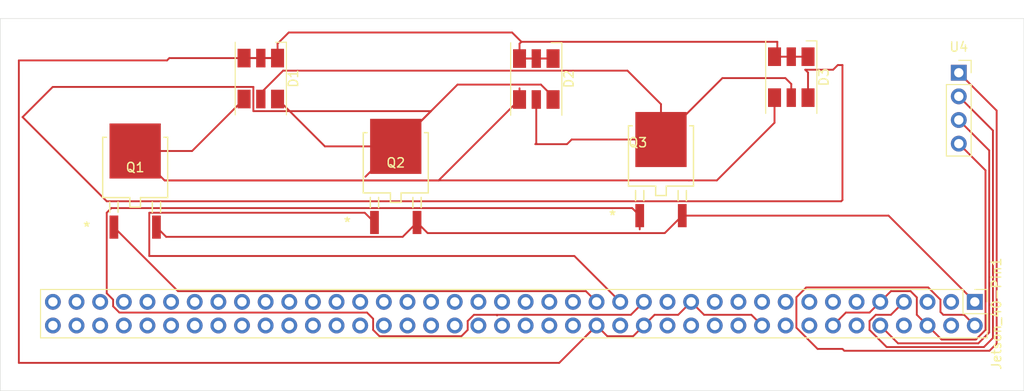
<source format=kicad_pcb>
(kicad_pcb (version 20240108) (generator "pcbnew") (generator_version "8.0")
  (title_block (title "Preliminary PCB layout") (date "2024-11-06") (rev "0") (company "Group 6"))
  (layers (0 "F.Cu" signal) (31 "B.Cu" signal) (34 "B.Paste" user) (35 "F.Paste" user) (36 "B.SilkS" user "B.Silkscreen") (37 "F.SilkS" user "F.Silkscreen") (38 "B.Mask" user) (39 "F.Mask" user) (44 "Edge.Cuts" user))
  (net 0 "")
  (net 1 "GND")
  (net 2 "Q3")
  (net 3 "Q2")
  (net 4 "Q1")
  (net 7 "Net-(Jetson_40-Pin1-GPIO11)")
  (net 9 "Net-(Q1-C)")
  (net 11 "Net-(Jetson_40-Pin1-GPIO01)")
  (net 18 "/Ultrasonic Trigger")
  (net 26 "/5V")
  (net 27 "Net-(Jetson_40-Pin1-UART1_RXD)")
  (net 36 "Net-(Jetson_40-Pin1-GPIO13)")
  (footprint "Transistor411Library:DPAK-4_6P22X6P73_ONS" (layer "F.Cu") (at 150.265 99.35605)
    (property "Reference" "Q3" (at -2.4821 -1.4318 0) (layer "F.SilkS"))
    (property "Value" "NSS1C301ET4G")
    (fp_line (start -3.4925 -3.2385) (end -3.4925 3.2385) (stroke (width 0.1524)) (layer "F.SilkS"))
    (fp_line (start -3.4925 3.2385) (end -0.5715 3.2385) (stroke (width 0.1524)) (layer "F.SilkS"))
    (fp_line (start -3.08864 -3.2385) (end -3.4925 -3.2385) (stroke (width 0.1524)) (layer "F.SilkS"))
    (fp_line (start -2.7305 3.7211) (end -2.7305 4.8133) (stroke (width 0.1524)) (layer "F.SilkS"))
    (fp_line (start -1.8415 3.7211) (end -1.8415 4.8133) (stroke (width 0.1524)) (layer "F.SilkS"))
    (fp_line (start -0.5715 3.2385) (end -0.5715 4.2545) (stroke (width 0.1524)) (layer "F.SilkS"))
    (fp_line (start -0.5715 4.2545) (end 0.5715 4.2545) (stroke (width 0.1524)) (layer "F.SilkS"))
    (fp_line (start 0.5715 3.2385) (end 3.4925 3.2385) (stroke (width 0.1524)) (layer "F.SilkS"))
    (fp_line (start 0.5715 4.2545) (end 0.5715 3.2385) (stroke (width 0.1524)) (layer "F.SilkS"))
    (fp_line (start 1.8415 3.7211) (end 1.8415 4.8133) (stroke (width 0.1524)) (layer "F.SilkS"))
    (fp_line (start 2.7305 3.7211) (end 2.7305 4.8133) (stroke (width 0.1524)) (layer "F.SilkS"))
    (fp_line (start 3.4925 -3.2385) (end 3.08864 -3.2385) (stroke (width 0.1524)) (layer "F.SilkS"))
    (fp_line (start 3.4925 3.2385) (end 3.4925 -3.2385) (stroke (width 0.1524)) (layer "F.SilkS"))
    (fp_text user "*" (at -5.207 6.4135 0) (layer "F.SilkS"))
    (fp_text user "*" (at -5.207 6.4135 0) (layer "F.SilkS"))
    (pad "1" smd rect (at -2.286 6.4135) (size 0.9398 2.4892) (layers "F.Cu" "F.Paste" "F.Mask") (net 11 "Net-(Jetson_40-Pin1-GPIO01)"))
    (pad "2" smd rect (at 2.286 6.4135) (size 0.9398 2.4892) (layers "F.Cu" "F.Paste" "F.Mask") (net 9 "Net-(Q1-C)"))
    (pad "3" smd rect (at 0 -1.7653) (size 5.5118 5.9182) (layers "F.Cu" "F.Paste" "F.Mask") (net 2 "Q3"))
  )
  (footprint "Connector_PinHeader_2.54mm:PinHeader_2x40_P2.54mm_Vertical" (layer "F.Cu") (at 183.985 115.035 -90)
    (property "Reference" "Jetson_40-Pin1" (at 1.27 -2.33 90) (layer "F.SilkS"))
    (property "Value" "~")
    (fp_line (start -1.33 100.39) (end 3.87 100.39) (stroke (width 0.12)) (layer "F.SilkS"))
    (fp_line (start -1.33 1.27) (end -1.33 100.39) (stroke (width 0.12)) (layer "F.SilkS"))
    (fp_line (start -1.33 1.27) (end 1.27 1.27) (stroke (width 0.12)) (layer "F.SilkS"))
    (fp_line (start 1.27 1.27) (end 1.27 -1.33) (stroke (width 0.12)) (layer "F.SilkS"))
    (fp_line (start -1.33 0) (end -1.33 -1.33) (stroke (width 0.12)) (layer "F.SilkS"))
    (fp_line (start -1.33 -1.33) (end 0 -1.33) (stroke (width 0.12)) (layer "F.SilkS"))
    (fp_line (start 1.27 -1.33) (end 3.87 -1.33) (stroke (width 0.12)) (layer "F.SilkS"))
    (fp_line (start 3.87 -1.33) (end 3.87 100.39) (stroke (width 0.12)) (layer "F.SilkS"))
    (pad "1" thru_hole rect (at 0 0 270) (size 1.7 1.7) (drill 1) (layers "*.Cu" "*.Mask") (net 9 "Net-(Q1-C)"))
    (pad "2" thru_hole oval (at 2.54 0 270) (size 1.7 1.7) (drill 1) (layers "*.Cu" "*.Mask") (net 26 "/5V"))
    (pad "3" thru_hole oval (at 0 2.54 270) (size 1.7 1.7) (drill 1) (layers "*.Cu" "*.Mask"))
    (pad "4" thru_hole oval (at 2.54 2.54 270) (size 1.7 1.7) (drill 1) (layers "*.Cu" "*.Mask"))
    (pad "5" thru_hole oval (at 0 5.08 270) (size 1.7 1.7) (drill 1) (layers "*.Cu" "*.Mask"))
    (pad "6" thru_hole oval (at 2.54 5.08 270) (size 1.7 1.7) (drill 1) (layers "*.Cu" "*.Mask") (net 1 "GND"))
    (pad "7" thru_hole oval (at 0 7.62 270) (size 1.7 1.7) (drill 1) (layers "*.Cu" "*.Mask") (net 18 "/Ultrasonic Trigger"))
    (pad "8" thru_hole oval (at 2.54 7.62 270) (size 1.7 1.7) (drill 1) (layers "*.Cu" "*.Mask"))
    (pad "9" thru_hole oval (at 0 10.16 270) (size 1.7 1.7) (drill 1) (layers "*.Cu" "*.Mask") (net 1 "GND"))
    (pad "10" thru_hole oval (at 2.54 10.16 270) (size 1.7 1.7) (drill 1) (layers "*.Cu" "*.Mask") (net 27 "Net-(Jetson_40-Pin1-UART1_RXD)"))
    (pad "11" thru_hole oval (at 0 12.7 270) (size 1.7 1.7) (drill 1) (layers "*.Cu" "*.Mask"))
    (pad "12" thru_hole oval (at 2.54 12.7 270) (size 1.7 1.7) (drill 1) (layers "*.Cu" "*.Mask"))
    (pad "13" thru_hole oval (at 0 15.24 270) (size 1.7 1.7) (drill 1) (layers "*.Cu" "*.Mask"))
    (pad "14" thru_hole oval (at 2.54 15.24 270) (size 1.7 1.7) (drill 1) (layers "*.Cu" "*.Mask") (net 1 "GND"))
    (pad "15" thru_hole oval (at 0 17.78 270) (size 1.7 1.7) (drill 1) (layers "*.Cu" "*.Mask"))
    (pad "16" thru_hole oval (at 2.54 17.78 270) (size 1.7 1.7) (drill 1) (layers "*.Cu" "*.Mask"))
    (pad "17" thru_hole oval (at 0 20.32 270) (size 1.7 1.7) (drill 1) (layers "*.Cu" "*.Mask"))
    (pad "18" thru_hole oval (at 2.54 20.32 270) (size 1.7 1.7) (drill 1) (layers "*.Cu" "*.Mask"))
    (pad "19" thru_hole oval (at 0 22.86 270) (size 1.7 1.7) (drill 1) (layers "*.Cu" "*.Mask"))
    (pad "20" thru_hole oval (at 2.54 22.86 270) (size 1.7 1.7) (drill 1) (layers "*.Cu" "*.Mask") (net 1 "GND"))
    (pad "21" thru_hole oval (at 0 25.4 270) (size 1.7 1.7) (drill 1) (layers "*.Cu" "*.Mask"))
    (pad "22" thru_hole oval (at 2.54 25.4 270) (size 1.7 1.7) (drill 1) (layers "*.Cu" "*.Mask"))
    (pad "23" thru_hole oval (at 0 27.94 270) (size 1.7 1.7) (drill 1) (layers "*.Cu" "*.Mask"))
    (pad "24" thru_hole oval (at 2.54 27.94 270) (size 1.7 1.7) (drill 1) (layers "*.Cu" "*.Mask"))
    (pad "25" thru_hole oval (at 0 30.48 270) (size 1.7 1.7) (drill 1) (layers "*.Cu" "*.Mask") (net 1 "GND"))
    (pad "26" thru_hole oval (at 2.54 30.48 270) (size 1.7 1.7) (drill 1) (layers "*.Cu" "*.Mask"))
    (pad "27" thru_hole oval (at 0 33.02 270) (size 1.7 1.7) (drill 1) (layers "*.Cu" "*.Mask"))
    (pad "28" thru_hole oval (at 2.54 33.02 270) (size 1.7 1.7) (drill 1) (layers "*.Cu" "*.Mask"))
    (pad "29" thru_hole oval (at 0 35.56 270) (size 1.7 1.7) (drill 1) (layers "*.Cu" "*.Mask") (net 11 "Net-(Jetson_40-Pin1-GPIO01)"))
    (pad "30" thru_hole oval (at 2.54 35.56 270) (size 1.7 1.7) (drill 1) (layers "*.Cu" "*.Mask") (net 1 "GND"))
    (pad "31" thru_hole oval (at 0 38.1 270) (size 1.7 1.7) (drill 1) (layers "*.Cu" "*.Mask") (net 7 "Net-(Jetson_40-Pin1-GPIO11)"))
    (pad "32" thru_hole oval (at 2.54 38.1 270) (size 1.7 1.7) (drill 1) (layers "*.Cu" "*.Mask"))
    (pad "33" thru_hole oval (at 0 40.64 270) (size 1.7 1.7) (drill 1) (layers "*.Cu" "*.Mask") (net 36 "Net-(Jetson_40-Pin1-GPIO13)"))
    (pad "34" thru_hole oval (at 2.54 40.64 270) (size 1.7 1.7) (drill 1) (layers "*.Cu" "*.Mask") (net 1 "GND"))
    (pad "35" thru_hole oval (at 0 43.18 270) (size 1.7 1.7) (drill 1) (layers "*.Cu" "*.Mask"))
    (pad "36" thru_hole oval (at 2.54 43.18 270) (size 1.7 1.7) (drill 1) (layers "*.Cu" "*.Mask"))
    (pad "37" thru_hole oval (at 0 45.72 270) (size 1.7 1.7) (drill 1) (layers "*.Cu" "*.Mask"))
    (pad "38" thru_hole oval (at 2.54 45.72 270) (size 1.7 1.7) (drill 1) (layers "*.Cu" "*.Mask"))
    (pad "39" thru_hole oval (at 0 48.26 270) (size 1.7 1.7) (drill 1) (layers "*.Cu" "*.Mask") (net 1 "GND"))
    (pad "40" thru_hole oval (at 2.54 48.26 270) (size 1.7 1.7) (drill 1) (layers "*.Cu" "*.Mask"))
    (pad "41" thru_hole oval (at 0 50.8 270) (size 1.7 1.7) (drill 1) (layers "*.Cu" "*.Mask"))
    (pad "42" thru_hole oval (at 2.54 50.8 270) (size 1.7 1.7) (drill 1) (layers "*.Cu" "*.Mask"))
    (pad "43" thru_hole oval (at 0 53.34 270) (size 1.7 1.7) (drill 1) (layers "*.Cu" "*.Mask"))
    (pad "44" thru_hole oval (at 2.54 53.34 270) (size 1.7 1.7) (drill 1) (layers "*.Cu" "*.Mask"))
    (pad "45" thru_hole oval (at 0 55.88 270) (size 1.7 1.7) (drill 1) (layers "*.Cu" "*.Mask"))
    (pad "46" thru_hole oval (at 2.54 55.88 270) (size 1.7 1.7) (drill 1) (layers "*.Cu" "*.Mask"))
    (pad "47" thru_hole oval (at 0 58.42 270) (size 1.7 1.7) (drill 1) (layers "*.Cu" "*.Mask"))
    (pad "48" thru_hole oval (at 2.54 58.42 270) (size 1.7 1.7) (drill 1) (layers "*.Cu" "*.Mask"))
    (pad "49" thru_hole oval (at 0 60.96 270) (size 1.7 1.7) (drill 1) (layers "*.Cu" "*.Mask"))
    (pad "50" thru_hole oval (at 2.54 60.96 270) (size 1.7 1.7) (drill 1) (layers "*.Cu" "*.Mask"))
    (pad "51" thru_hole oval (at 0 63.5 270) (size 1.7 1.7) (drill 1) (layers "*.Cu" "*.Mask"))
    (pad "52" thru_hole oval (at 2.54 63.5 270) (size 1.7 1.7) (drill 1) (layers "*.Cu" "*.Mask"))
    (pad "53" thru_hole oval (at 0 66.04 270) (size 1.7 1.7) (drill 1) (layers "*.Cu" "*.Mask"))
    (pad "54" thru_hole oval (at 2.54 66.04 270) (size 1.7 1.7) (drill 1) (layers "*.Cu" "*.Mask"))
    (pad "55" thru_hole oval (at 0 68.58 270) (size 1.7 1.7) (drill 1) (layers "*.Cu" "*.Mask"))
    (pad "56" thru_hole oval (at 2.54 68.58 270) (size 1.7 1.7) (drill 1) (layers "*.Cu" "*.Mask"))
    (pad "57" thru_hole oval (at 0 71.12 270) (size 1.7 1.7) (drill 1) (layers "*.Cu" "*.Mask"))
    (pad "58" thru_hole oval (at 2.54 71.12 270) (size 1.7 1.7) (drill 1) (layers "*.Cu" "*.Mask"))
    (pad "59" thru_hole oval (at 0 73.66 270) (size 1.7 1.7) (drill 1) (layers "*.Cu" "*.Mask"))
    (pad "60" thru_hole oval (at 2.54 73.66 270) (size 1.7 1.7) (drill 1) (layers "*.Cu" "*.Mask"))
    (pad "61" thru_hole oval (at 0 76.2 270) (size 1.7 1.7) (drill 1) (layers "*.Cu" "*.Mask"))
    (pad "62" thru_hole oval (at 2.54 76.2 270) (size 1.7 1.7) (drill 1) (layers "*.Cu" "*.Mask"))
    (pad "63" thru_hole oval (at 0 78.74 270) (size 1.7 1.7) (drill 1) (layers "*.Cu" "*.Mask"))
    (pad "64" thru_hole oval (at 2.54 78.74 270) (size 1.7 1.7) (drill 1) (layers "*.Cu" "*.Mask"))
    (pad "65" thru_hole oval (at 0 81.28 270) (size 1.7 1.7) (drill 1) (layers "*.Cu" "*.Mask"))
    (pad "66" thru_hole oval (at 2.54 81.28 270) (size 1.7 1.7) (drill 1) (layers "*.Cu" "*.Mask"))
    (pad "67" thru_hole oval (at 0 83.82 270) (size 1.7 1.7) (drill 1) (layers "*.Cu" "*.Mask"))
    (pad "68" thru_hole oval (at 2.54 83.82 270) (size 1.7 1.7) (drill 1) (layers "*.Cu" "*.Mask"))
    (pad "69" thru_hole oval (at 0 86.36 270) (size 1.7 1.7) (drill 1) (layers "*.Cu" "*.Mask"))
    (pad "70" thru_hole oval (at 2.54 86.36 270) (size 1.7 1.7) (drill 1) (layers "*.Cu" "*.Mask"))
    (pad "71" thru_hole oval (at 0 88.9 270) (size 1.7 1.7) (drill 1) (layers "*.Cu" "*.Mask"))
    (pad "72" thru_hole oval (at 2.54 88.9 270) (size 1.7 1.7) (drill 1) (layers "*.Cu" "*.Mask"))
    (pad "73" thru_hole oval (at 0 91.44 270) (size 1.7 1.7) (drill 1) (layers "*.Cu" "*.Mask"))
    (pad "74" thru_hole oval (at 2.54 91.44 270) (size 1.7 1.7) (drill 1) (layers "*.Cu" "*.Mask"))
    (pad "75" thru_hole oval (at 0 93.98 270) (size 1.7 1.7) (drill 1) (layers "*.Cu" "*.Mask"))
    (pad "76" thru_hole oval (at 2.54 93.98 270) (size 1.7 1.7) (drill 1) (layers "*.Cu" "*.Mask"))
    (pad "77" thru_hole oval (at 0 96.52 270) (size 1.7 1.7) (drill 1) (layers "*.Cu" "*.Mask"))
    (pad "78" thru_hole oval (at 2.54 96.52 270) (size 1.7 1.7) (drill 1) (layers "*.Cu" "*.Mask"))
    (pad "79" thru_hole oval (at 0 99.06 270) (size 1.7 1.7) (drill 1) (layers "*.Cu" "*.Mask"))
    (pad "80" thru_hole oval (at 2.54 99.06 270) (size 1.7 1.7) (drill 1) (layers "*.Cu" "*.Mask"))
  )
  (footprint "LED_SMD:LED_Inolux_IN-P55TATRGB_PLCC6_5.0x5.5mm_P1.8mm" (layer "F.Cu") (at 107.265 91.04075 -90)
    (property "Reference" "D1" (at 0 -3.5 90) (layer "F.SilkS"))
    (property "Value" "Inolux_IN-P55TATRGB")
    (fp_line (start -3.9 2.75) (end 3.9 2.75) (stroke (width 0.12)) (layer "F.SilkS"))
    (fp_line (start -3.9 -1.6) (end -3.9 -2.75) (stroke (width 0.12)) (layer "F.SilkS"))
    (fp_line (start -3.9 -2.75) (end 3.9 -2.75) (stroke (width 0.12)) (layer "F.SilkS"))
    (pad "1" smd rect (at -2.2 -1.8 270) (size 2 1.4) (layers "F.Cu" "F.Paste" "F.Mask") (net 1 "GND"))
    (pad "2" smd rect (at -2.2 0 270) (size 2 1) (layers "F.Cu" "F.Paste" "F.Mask") (net 1 "GND"))
    (pad "3" smd rect (at -2.2 1.8 270) (size 2 1.4) (layers "F.Cu" "F.Paste" "F.Mask") (net 1 "GND"))
    (pad "4" smd rect (at 2.2 1.8 270) (size 2 1.4) (layers "F.Cu" "F.Paste" "F.Mask") (net 4 "Q1"))
    (pad "5" smd rect (at 2.2 0 270) (size 2 1) (layers "F.Cu" "F.Paste" "F.Mask") (net 2 "Q3"))
    (pad "6" smd rect (at 2.2 -1.8 270) (size 2 1.4) (layers "F.Cu" "F.Paste" "F.Mask") (net 3 "Q2"))
  )
  (footprint "Connector_PinSocket_2.54mm:PinSocket_1x04_P2.54mm_Vertical" (layer "F.Cu") (at 182.265 90.415)
    (property "Reference" "U4" (at 0 -2.77 0) (layer "F.SilkS"))
    (property "Value" "HC-SR04")
    (fp_line (start -1.33 1.27) (end -1.33 8.95) (stroke (width 0.12)) (layer "F.SilkS"))
    (fp_line (start -1.33 1.27) (end 1.33 1.27) (stroke (width 0.12)) (layer "F.SilkS"))
    (fp_line (start -1.33 8.95) (end 1.33 8.95) (stroke (width 0.12)) (layer "F.SilkS"))
    (fp_line (start 0 -1.33) (end 1.33 -1.33) (stroke (width 0.12)) (layer "F.SilkS"))
    (fp_line (start 1.33 -1.33) (end 1.33 0) (stroke (width 0.12)) (layer "F.SilkS"))
    (fp_line (start 1.33 1.27) (end 1.33 8.95) (stroke (width 0.12)) (layer "F.SilkS"))
    (pad "1" thru_hole rect (at 0 0) (size 1.7 1.7) (drill 1) (layers "*.Cu" "*.Mask") (net 26 "/5V"))
    (pad "2" thru_hole oval (at 0 2.54) (size 1.7 1.7) (drill 1) (layers "*.Cu" "*.Mask") (net 18 "/Ultrasonic Trigger"))
    (pad "3" thru_hole oval (at 0 5.08) (size 1.7 1.7) (drill 1) (layers "*.Cu" "*.Mask") (net 27 "Net-(Jetson_40-Pin1-UART1_RXD)"))
    (pad "4" thru_hole oval (at 0 7.62) (size 1.7 1.7) (drill 1) (layers "*.Cu" "*.Mask") (net 1 "GND"))
  )
  (footprint "Transistor411Library:DPAK-4_6P22X6P73_ONS" (layer "F.Cu") (at 93.765 100.59075)
    (property "Reference" "Q1" (at 0 0 0) (layer "F.SilkS"))
    (property "Value" "NSS1C301ET4G")
    (fp_line (start -3.4925 -3.2385) (end -3.4925 3.2385) (stroke (width 0.1524)) (layer "F.SilkS"))
    (fp_line (start -3.4925 3.2385) (end -0.5715 3.2385) (stroke (width 0.1524)) (layer "F.SilkS"))
    (fp_line (start -3.08864 -3.2385) (end -3.4925 -3.2385) (stroke (width 0.1524)) (layer "F.SilkS"))
    (fp_line (start -2.7305 3.7211) (end -2.7305 4.8133) (stroke (width 0.1524)) (layer "F.SilkS"))
    (fp_line (start -1.8415 3.7211) (end -1.8415 4.8133) (stroke (width 0.1524)) (layer "F.SilkS"))
    (fp_line (start -0.5715 3.2385) (end -0.5715 4.2545) (stroke (width 0.1524)) (layer "F.SilkS"))
    (fp_line (start -0.5715 4.2545) (end 0.5715 4.2545) (stroke (width 0.1524)) (layer "F.SilkS"))
    (fp_line (start 0.5715 3.2385) (end 3.4925 3.2385) (stroke (width 0.1524)) (layer "F.SilkS"))
    (fp_line (start 0.5715 4.2545) (end 0.5715 3.2385) (stroke (width 0.1524)) (layer "F.SilkS"))
    (fp_line (start 1.8415 3.7211) (end 1.8415 4.8133) (stroke (width 0.1524)) (layer "F.SilkS"))
    (fp_line (start 2.7305 3.7211) (end 2.7305 4.8133) (stroke (width 0.1524)) (layer "F.SilkS"))
    (fp_line (start 3.4925 -3.2385) (end 3.08864 -3.2385) (stroke (width 0.1524)) (layer "F.SilkS"))
    (fp_line (start 3.4925 3.2385) (end 3.4925 -3.2385) (stroke (width 0.1524)) (layer "F.SilkS"))
    (fp_text user "*" (at -5.207 6.4135 0) (layer "F.SilkS"))
    (fp_text user "*" (at -5.207 6.4135 0) (layer "F.SilkS"))
    (pad "1" smd rect (at -2.286 6.4135) (size 0.9398 2.4892) (layers "F.Cu" "F.Paste" "F.Mask") (net 36 "Net-(Jetson_40-Pin1-GPIO13)"))
    (pad "2" smd rect (at 2.286 6.4135) (size 0.9398 2.4892) (layers "F.Cu" "F.Paste" "F.Mask") (net 9 "Net-(Q1-C)"))
    (pad "3" smd rect (at 0 -1.7653) (size 5.5118 5.9182) (layers "F.Cu" "F.Paste" "F.Mask") (net 4 "Q1"))
  )
  (footprint "Transistor411Library:DPAK-4_6P22X6P73_ONS" (layer "F.Cu") (at 121.765 100.09075)
    (property "Reference" "Q2" (at 0 0 0) (layer "F.SilkS"))
    (property "Value" "NSS1C301ET4G")
    (fp_line (start -3.4925 -3.2385) (end -3.4925 3.2385) (stroke (width 0.1524)) (layer "F.SilkS"))
    (fp_line (start -3.4925 3.2385) (end -0.5715 3.2385) (stroke (width 0.1524)) (layer "F.SilkS"))
    (fp_line (start -3.08864 -3.2385) (end -3.4925 -3.2385) (stroke (width 0.1524)) (layer "F.SilkS"))
    (fp_line (start -2.7305 3.7211) (end -2.7305 4.8133) (stroke (width 0.1524)) (layer "F.SilkS"))
    (fp_line (start -1.8415 3.7211) (end -1.8415 4.8133) (stroke (width 0.1524)) (layer "F.SilkS"))
    (fp_line (start -0.5715 3.2385) (end -0.5715 4.2545) (stroke (width 0.1524)) (layer "F.SilkS"))
    (fp_line (start -0.5715 4.2545) (end 0.5715 4.2545) (stroke (width 0.1524)) (layer "F.SilkS"))
    (fp_line (start 0.5715 3.2385) (end 3.4925 3.2385) (stroke (width 0.1524)) (layer "F.SilkS"))
    (fp_line (start 0.5715 4.2545) (end 0.5715 3.2385) (stroke (width 0.1524)) (layer "F.SilkS"))
    (fp_line (start 1.8415 3.7211) (end 1.8415 4.8133) (stroke (width 0.1524)) (layer "F.SilkS"))
    (fp_line (start 2.7305 3.7211) (end 2.7305 4.8133) (stroke (width 0.1524)) (layer "F.SilkS"))
    (fp_line (start 3.4925 -3.2385) (end 3.08864 -3.2385) (stroke (width 0.1524)) (layer "F.SilkS"))
    (fp_line (start 3.4925 3.2385) (end 3.4925 -3.2385) (stroke (width 0.1524)) (layer "F.SilkS"))
    (fp_text user "*" (at -5.207 6.4135 0) (layer "F.SilkS"))
    (fp_text user "*" (at -5.207 6.4135 0) (layer "F.SilkS"))
    (pad "1" smd rect (at -2.286 6.4135) (size 0.9398 2.4892) (layers "F.Cu" "F.Paste" "F.Mask") (net 7 "Net-(Jetson_40-Pin1-GPIO11)"))
    (pad "2" smd rect (at 2.286 6.4135) (size 0.9398 2.4892) (layers "F.Cu" "F.Paste" "F.Mask") (net 9 "Net-(Q1-C)"))
    (pad "3" smd rect (at 0 -1.7653) (size 5.5118 5.9182) (layers "F.Cu" "F.Paste" "F.Mask") (net 3 "Q2"))
  )
  (footprint "LED_SMD:LED_Inolux_IN-P55TATRGB_PLCC6_5.0x5.5mm_P1.8mm" (layer "F.Cu") (at 136.865 91.09075 -90)
    (property "Reference" "D2" (at 0 -3.5 90) (layer "F.SilkS"))
    (property "Value" "Inolux_IN-P55TATRGB")
    (fp_line (start -3.9 2.75) (end 3.9 2.75) (stroke (width 0.12)) (layer "F.SilkS"))
    (fp_line (start -3.9 -1.6) (end -3.9 -2.75) (stroke (width 0.12)) (layer "F.SilkS"))
    (fp_line (start -3.9 -2.75) (end 3.9 -2.75) (stroke (width 0.12)) (layer "F.SilkS"))
    (pad "1" smd rect (at -2.2 -1.8 270) (size 2 1.4) (layers "F.Cu" "F.Paste" "F.Mask") (net 1 "GND"))
    (pad "2" smd rect (at -2.2 0 270) (size 2 1) (layers "F.Cu" "F.Paste" "F.Mask") (net 1 "GND"))
    (pad "3" smd rect (at -2.2 1.8 270) (size 2 1.4) (layers "F.Cu" "F.Paste" "F.Mask") (net 1 "GND"))
    (pad "4" smd rect (at 2.2 1.8 270) (size 2 1.4) (layers "F.Cu" "F.Paste" "F.Mask") (net 4 "Q1"))
    (pad "5" smd rect (at 2.2 0 270) (size 2 1) (layers "F.Cu" "F.Paste" "F.Mask") (net 2 "Q3"))
    (pad "6" smd rect (at 2.2 -1.8 270) (size 2 1.4) (layers "F.Cu" "F.Paste" "F.Mask") (net 3 "Q2"))
  )
  (footprint "LED_SMD:LED_Inolux_IN-P55TATRGB_PLCC6_5.0x5.5mm_P1.8mm" (layer "F.Cu") (at 164.265 90.89075 -90)
    (property "Reference" "D3" (at 0 -3.5 90) (layer "F.SilkS"))
    (property "Value" "Inolux_IN-P55TATRGB")
    (fp_line (start -3.9 2.75) (end 3.9 2.75) (stroke (width 0.12)) (layer "F.SilkS"))
    (fp_line (start -3.9 -1.6) (end -3.9 -2.75) (stroke (width 0.12)) (layer "F.SilkS"))
    (fp_line (start -3.9 -2.75) (end 3.9 -2.75) (stroke (width 0.12)) (layer "F.SilkS"))
    (pad "1" smd rect (at -2.2 -1.8 270) (size 2 1.4) (layers "F.Cu" "F.Paste" "F.Mask") (net 1 "GND"))
    (pad "2" smd rect (at -2.2 0 270) (size 2 1) (layers "F.Cu" "F.Paste" "F.Mask") (net 1 "GND"))
    (pad "3" smd rect (at -2.2 1.8 270) (size 2 1.4) (layers "F.Cu" "F.Paste" "F.Mask") (net 1 "GND"))
    (pad "4" smd rect (at 2.2 1.8 270) (size 2 1.4) (layers "F.Cu" "F.Paste" "F.Mask") (net 4 "Q1"))
    (pad "5" smd rect (at 2.2 0 270) (size 2 1) (layers "F.Cu" "F.Paste" "F.Mask") (net 2 "Q3"))
    (pad "6" smd rect (at 2.2 -1.8 270) (size 2 1.4) (layers "F.Cu" "F.Paste" "F.Mask") (net 3 "Q2"))
  )
  (gr_rect (start 79.265 84.59075) (end 189.265 124.59075) (stroke (width 0.05)) (fill none) (layer "Edge.Cuts"))
  (segment (start 81.265 89.09075) (end 81.265 121.59075) (width 0.2) (layer "F.Cu") (net 1))
  (segment (start 164.265 88.69075) (end 162.465 88.69075) (width 0.2) (layer "F.Cu") (net 1))
  (segment (start 142.195 118.725) (end 143.345 117.575) (width 0.2) (layer "F.Cu") (net 1))
  (segment (start 97.1847 89.09075) (end 81.265 89.09075) (width 0.2) (layer "F.Cu") (net 1))
  (segment (start 139.32925 121.59075) (end 143.345 117.575) (width 0.2) (layer "F.Cu") (net 1))
  (segment (start 136.865 88.89075) (end 138.665 88.89075) (width 0.2) (layer "F.Cu") (net 1))
  (segment (start 134.265 86.09075) (end 135.265 87.09075) (width 0.2) (layer "F.Cu") (net 1))
  (segment (start 185.135 118.051346) (end 184.095596 119.09075) (width 0.2) (layer "F.Cu") (net 1))
  (segment (start 168.745 117.575) (end 169.24925 117.575) (width 0.2) (layer "F.Cu") (net 1))
  (segment (start 136.865 88.89075) (end 135.065 88.89075) (width 0.2) (layer "F.Cu") (net 1))
  (segment (start 109.065 87.29075) (end 110.265 86.09075) (width 0.2) (layer "F.Cu") (net 1))
  (segment (start 162.765 87.09075) (end 162.765 88.39075) (width 0.2) (layer "F.Cu") (net 1))
  (segment (start 173.825 115.035) (end 172.675 116.185) (width 0.2) (layer "F.Cu") (net 1))
  (segment (start 138.665 88.89075) (end 135.065 88.89075) (width 0.2) (layer "F.Cu") (net 1))
  (segment (start 170.135 116.185) (end 168.745 117.575) (width 0.2) (layer "F.Cu") (net 1))
  (segment (start 173.825 115.035) (end 174.975 113.885) (width 0.2) (layer "F.Cu") (net 1))
  (segment (start 161.125 117.575) (end 159.975 116.425) (width 0.2) (layer "F.Cu") (net 1))
  (segment (start 159.975 116.425) (end 154.895 116.425) (width 0.2) (layer "F.Cu") (net 1))
  (segment (start 152.115 116.425) (end 149.575 116.425) (width 0.2) (layer "F.Cu") (net 1))
  (segment (start 109.065 88.84075) (end 105.465 88.84075) (width 0.2) (layer "F.Cu") (net 1))
  (segment (start 185.135 100.905) (end 185.135 118.051346) (width 0.2) (layer "F.Cu") (net 1))
  (segment (start 182.265 98.035) (end 185.135 100.905) (width 0.2) (layer "F.Cu") (net 1))
  (segment (start 110.265 86.09075) (end 134.265 86.09075) (width 0.2) (layer "F.Cu") (net 1))
  (segment (start 107.265 88.84075) (end 105.465 88.84075) (width 0.2) (layer "F.Cu") (net 1))
  (segment (start 174.975 113.885) (end 177.081346 113.885) (width 0.2) (layer "F.Cu") (net 1))
  (segment (start 135.765 115.075) (end 135.765 115.09075) (width 0.2) (layer "F.Cu") (net 1))
  (segment (start 184.095596 119.09075) (end 180.42075 119.09075) (width 0.2) (layer "F.Cu") (net 1))
  (segment (start 149.575 116.425) (end 148.425 117.575) (width 0.2) (layer "F.Cu") (net 1))
  (segment (start 135.065 87.29075) (end 135.065 88.89075) (width 0.2) (layer "F.Cu") (net 1))
  (segment (start 135.265 87.09075) (end 135.065 87.29075) (width 0.2) (layer "F.Cu") (net 1))
  (segment (start 177.081346 113.885) (end 177.755 114.558654) (width 0.2) (layer "F.Cu") (net 1))
  (segment (start 107.265 88.84075) (end 109.065 88.84075) (width 0.2) (layer "F.Cu") (net 1))
  (segment (start 105.465 88.84075) (end 97.4347 88.84075) (width 0.2) (layer "F.Cu") (net 1))
  (segment (start 81.265 121.59075) (end 139.32925 121.59075) (width 0.2) (layer "F.Cu") (net 1))
  (segment (start 164.265 88.69075) (end 166.065 88.69075) (width 0.2) (layer "F.Cu") (net 1))
  (segment (start 97.4347 88.84075) (end 97.1847 89.09075) (width 0.2) (layer "F.Cu") (net 1))
  (segment (start 177.755 114.558654) (end 177.755 116.425) (width 0.2) (layer "F.Cu") (net 1))
  (segment (start 180.42075 119.09075) (end 178.905 117.575) (width 0.2) (layer "F.Cu") (net 1))
  (segment (start 135.265 87.09075) (end 162.765 87.09075) (width 0.2) (layer "F.Cu") (net 1))
  (segment (start 153.505 115.035) (end 152.115 116.425) (width 0.2) (layer "F.Cu") (net 1))
  (segment (start 162.765 88.39075) (end 162.465 88.69075) (width 0.2) (layer "F.Cu") (net 1))
  (segment (start 179.265 117.215) (end 179.265 117.09075) (width 0.2) (layer "F.Cu") (net 1))
  (segment (start 109.065 88.84075) (end 109.065 87.29075) (width 0.2) (layer "F.Cu") (net 1))
  (segment (start 177.755 116.425) (end 178.905 117.575) (width 0.2) (layer "F.Cu") (net 1))
  (segment (start 172.675 116.185) (end 170.135 116.185) (width 0.2) (layer "F.Cu") (net 1))
  (segment (start 173.76925 115.09075) (end 173.765 115.09075) (width 0.2) (layer "F.Cu") (net 1))
  (segment (start 154.895 116.425) (end 153.505 115.035) (width 0.2) (layer "F.Cu") (net 1))
  (segment (start 144.495 118.725) (end 147.275 118.725) (width 0.2) (layer "F.Cu") (net 1))
  (segment (start 147.275 118.725) (end 148.425 117.575) (width 0.2) (layer "F.Cu") (net 1))
  (segment (start 143.345 117.575) (end 144.495 118.725) (width 0.2) (layer "F.Cu") (net 1))
  (segment (start 150.265 97.59075) (end 140.665 97.59075) (width 0.2) (layer "F.Cu") (net 2))
  (segment (start 150.265 98.59075) (end 150.265 97.35605) (width 0.2) (layer "F.Cu") (net 2))
  (segment (start 140.165 98.09075) (end 140.665 97.59075) (width 0.2) (layer "F.Cu") (net 2))
  (segment (start 164.265 91.625064) (end 164.265 93.09075) (width 0.2) (layer "F.Cu") (net 2))
  (segment (start 150.265 98.59075) (end 151.165 97.69075) (width 0.2) (layer "F.Cu") (net 2))
  (segment (start 150.265 93.79075) (end 150.265 97.59075) (width 0.2) (layer "F.Cu") (net 2))
  (segment (start 163.630686 90.99075) (end 164.265 91.625064) (width 0.2) (layer "F.Cu") (net 2))
  (segment (start 136.765 98.09075) (end 140.165 98.09075) (width 0.2) (layer "F.Cu") (net 2))
  (segment (start 136.865 93.29075) (end 136.865 97.99075) (width 0.2) (layer "F.Cu") (net 2))
  (segment (start 136.865 97.99075) (end 136.765 98.09075) (width 0.2) (layer "F.Cu") (net 2))
  (segment (start 146.665 90.19075) (end 150.265 93.79075) (width 0.2) (layer "F.Cu") (net 2))
  (segment (start 150.265 97.59075) (end 156.865 90.99075) (width 0.2) (layer "F.Cu") (net 2))
  (segment (start 107.265 93.74075) (end 107.265 93.24075) (width 0.2) (layer "F.Cu") (net 2))
  (segment (start 136.865 92.79075) (end 136.865 93.29075) (width 0.2) (layer "F.Cu") (net 2))
  (segment (start 107.265 93.24075) (end 107.265 92.59075) (width 0.2) (layer "F.Cu") (net 2))
  (segment (start 109.665 90.19075) (end 146.665 90.19075) (width 0.2) (layer "F.Cu") (net 2))
  (segment (start 156.865 90.99075) (end 163.630686 90.99075) (width 0.2) (layer "F.Cu") (net 2))
  (segment (start 107.265 92.59075) (end 109.665 90.19075) (width 0.2) (layer "F.Cu") (net 2))
  (segment (start 106.465 91.94075) (end 84.905486 91.94075) (width 0.2) (layer "F.Cu") (net 3))
  (segment (start 106.465 94.54075) (end 106.465 91.94075) (width 0.2) (layer "F.Cu") (net 3))
  (segment (start 121.765 98.32545) (end 125.5497 94.54075) (width 0.2) (layer "F.Cu") (net 3))
  (segment (start 84.905486 91.94075) (end 81.665 95.181236) (width 0.2) (layer "F.Cu") (net 3))
  (segment (start 81.665 95.181236) (end 90.708714 104.22495) (width 0.2) (layer "F.Cu") (net 3))
  (segment (start 169.765 89.59075) (end 169.265 89.59075) (width 0.2) (layer "F.Cu") (net 3))
  (segment (start 169.6308 104.22495) (end 169.765 104.09075) (width 0.2) (layer "F.Cu") (net 3))
  (segment (start 128.3997 91.69075) (end 121.765 98.32545) (width 0.2) (layer "F.Cu") (net 3))
  (segment (start 168.765 90.09075) (end 165.765 90.09075) (width 0.2) (layer "F.Cu") (net 3))
  (segment (start 121.765 98.32545) (end 114.1497 98.32545) (width 0.2) (layer "F.Cu") (net 3))
  (segment (start 166.065 90.39075) (end 166.065 93.09075) (width 0.2) (layer "F.Cu") (net 3))
  (segment (start 137.365 91.69075) (end 128.3997 91.69075) (width 0.2) (layer "F.Cu") (net 3))
  (segment (start 169.265 89.59075) (end 168.765 90.09075) (width 0.2) (layer "F.Cu") (net 3))
  (segment (start 109.065 92.94075) (end 109.065 93.24075) (width 0.2) (layer "F.Cu") (net 3))
  (segment (start 90.708714 104.22495) (end 169.6308 104.22495) (width 0.2) (layer "F.Cu") (net 3))
  (segment (start 169.765 104.09075) (end 169.765 89.59075) (width 0.2) (layer "F.Cu") (net 3))
  (segment (start 109.065 93.54075) (end 109.065 93.24075) (width 0.2) (layer "F.Cu") (net 3))
  (segment (start 165.765 90.09075) (end 166.065 90.39075) (width 0.2) (layer "F.Cu") (net 3))
  (segment (start 138.665 92.99075) (end 137.365 91.69075) (width 0.2) (layer "F.Cu") (net 3))
  (segment (start 121.765 98.32545) (end 118.5059 101.58455) (width 0.2) (layer "F.Cu") (net 3))
  (segment (start 125.5497 94.54075) (end 106.465 94.54075) (width 0.2) (layer "F.Cu") (net 3))
  (segment (start 114.1497 98.32545) (end 109.065 93.24075) (width 0.2) (layer "F.Cu") (net 3))
  (segment (start 138.665 93.29075) (end 138.665 92.99075) (width 0.2) (layer "F.Cu") (net 3))
  (segment (start 162.465 92.39075) (end 162.465 93.09075) (width 0.2) (layer "F.Cu") (net 4))
  (segment (start 96.9241 101.98455) (end 126.3712 101.98455) (width 0.2) (layer "F.Cu") (net 4))
  (segment (start 153.265 101.98455) (end 156.265 101.98455) (width 0.2) (layer "F.Cu") (net 4))
  (segment (start 162.465 93.09075) (end 162.465 95.78455) (width 0.2) (layer "F.Cu") (net 4))
  (segment (start 96.9241 101.98455) (end 153.265 101.98455) (width 0.2) (layer "F.Cu") (net 4))
  (segment (start 93.765 98.82545) (end 99.8803 98.82545) (width 0.2) (layer "F.Cu") (net 4))
  (segment (start 99.8803 98.82545) (end 105.465 93.24075) (width 0.2) (layer "F.Cu") (net 4))
  (segment (start 93.765 98.82545) (end 96.9241 101.98455) (width 0.2) (layer "F.Cu") (net 4))
  (segment (start 162.465 95.78455) (end 156.265 101.98455) (width 0.2) (layer "F.Cu") (net 4))
  (segment (start 135.065 92.09075) (end 135.065 93.29075) (width 0.2) (layer "F.Cu") (net 4))
  (segment (start 126.3712 101.98455) (end 135.065 93.29075) (width 0.2) (layer "F.Cu") (net 4))
  (segment (start 119.479 106.50425) (end 118.4344 105.45965) (width 0.2) (layer "F.Cu") (net 7))
  (segment (start 95.2811 110.10685) (end 140.95685 110.10685) (width 0.2) (layer "F.Cu") (net 7))
  (segment (start 118.4344 105.45965) (end 95.2811 105.45965) (width 0.2) (layer "F.Cu") (net 7))
  (segment (start 95.2811 105.45965) (end 95.2811 110.10685) (width 0.2) (layer "F.Cu") (net 7))
  (segment (start 140.95685 110.10685) (end 145.885 115.035) (width 0.2) (layer "F.Cu") (net 7))
  (segment (start 174.71955 105.76955) (end 152.551 105.76955) (width 0.2) (layer "F.Cu") (net 9))
  (segment (start 122.5064 108.04885) (end 97.0956 108.04885) (width 0.2) (layer "F.Cu") (net 9))
  (segment (start 97.0956 108.04885) (end 96.051 107.00425) (width 0.2) (layer "F.Cu") (net 9))
  (segment (start 152.551 105.76955) (end 150.67425 107.6463) (width 0.2) (layer "F.Cu") (net 9))
  (segment (start 150.67425 107.6463) (end 125.19305 107.6463) (width 0.2) (layer "F.Cu") (net 9))
  (segment (start 124.051 106.50425) (end 122.5064 108.04885) (width 0.2) (layer "F.Cu") (net 9))
  (segment (start 125.19305 107.6463) (end 124.051 106.50425) (width 0.2) (layer "F.Cu") (net 9))
  (segment (start 183.985 115.035) (end 174.71955 105.76955) (width 0.2) (layer "F.Cu") (net 9))
  (segment (start 147.1691 104.95965) (end 91.2091 104.95965) (width 0.2) (layer "F.Cu") (net 11))
  (segment (start 130.168654 116.425) (end 132.59925 116.425) (width 0.2) (layer "F.Cu") (net 11))
  (segment (start 132.708654 116.425) (end 147.035 116.425) (width 0.2) (layer "F.Cu") (net 11))
  (segment (start 128.821346 118.725) (end 129.495 118.051346) (width 0.2) (layer "F.Cu") (net 11))
  (segment (start 132.59925 116.425) (end 132.653952 116.479702) (width 0.2) (layer "F.Cu") (net 11))
  (segment (start 91.395 115.511346) (end 92.068654 116.185) (width 0.2) (layer "F.Cu") (net 11))
  (segment (start 147.979 106.76955) (end 147.979 107.2463) (width 0.2) (layer "F.Cu") (net 11))
  (segment (start 92.068654 116.185) (end 118.67075 116.185) (width 0.2) (layer "F.Cu") (net 11))
  (segment (start 129.495 117.098654) (end 130.168654 116.425) (width 0.2) (layer "F.Cu") (net 11))
  (segment (start 91.395 114.798654) (end 91.395 115.511346) (width 0.2) (layer "F.Cu") (net 11))
  (segment (start 118.67075 116.185) (end 119.335 116.84925) (width 0.2) (layer "F.Cu") (net 11))
  (segment (start 90.7091 114.112754) (end 91.395 114.798654) (width 0.2) (layer "F.Cu") (net 11))
  (segment (start 119.335 116.84925) (end 119.335 118.051346) (width 0.2) (layer "F.Cu") (net 11))
  (segment (start 129.495 118.051346) (end 129.495 117.098654) (width 0.2) (layer "F.Cu") (net 11))
  (segment (start 120.008654 118.725) (end 128.821346 118.725) (width 0.2) (layer "F.Cu") (net 11))
  (segment (start 147.035 116.425) (end 148.425 115.035) (width 0.2) (layer "F.Cu") (net 11))
  (segment (start 147.979 105.76955) (end 147.1691 104.95965) (width 0.2) (layer "F.Cu") (net 11))
  (segment (start 119.335 118.051346) (end 120.008654 118.725) (width 0.2) (layer "F.Cu") (net 11))
  (segment (start 91.2091 104.95965) (end 90.7091 105.45965) (width 0.2) (layer "F.Cu") (net 11))
  (segment (start 90.7091 105.45965) (end 90.7091 114.112754) (width 0.2) (layer "F.Cu") (net 11))
  (segment (start 132.653952 116.479702) (end 132.708654 116.425) (width 0.2) (layer "F.Cu") (net 11))
  (segment (start 182.265 92.955) (end 185.935 96.625) (width 0.2) (layer "F.Cu") (net 18))
  (segment (start 174.975 116.425) (end 176.365 115.035) (width 0.2) (layer "F.Cu") (net 18))
  (segment (start 172.675 117.098654) (end 173.348654 116.425) (width 0.2) (layer "F.Cu") (net 18))
  (segment (start 185.935 96.625) (end 185.935 118.92075) (width 0.2) (layer "F.Cu") (net 18))
  (segment (start 185.935 118.92075) (end 184.965 119.89075) (width 0.2) (layer "F.Cu") (net 18))
  (segment (start 184.965 119.89075) (end 174.514404 119.89075) (width 0.2) (layer "F.Cu") (net 18))
  (segment (start 173.348654 116.425) (end 174.975 116.425) (width 0.2) (layer "F.Cu") (net 18))
  (segment (start 174.514404 119.89075) (end 172.675 118.051346) (width 0.2) (layer "F.Cu") (net 18))
  (segment (start 172.675 118.051346) (end 172.675 117.098654) (width 0.2) (layer "F.Cu") (net 18))
  (segment (start 180.59925 116.425) (end 182.835 116.425) (width 0.2) (layer "F.Cu") (net 26))
  (segment (start 180.295 114.798654) (end 180.295 116.12075) (width 0.2) (layer "F.Cu") (net 26))
  (segment (start 164.815 114.54075) (end 165.87075 113.485) (width 0.2) (layer "F.Cu") (net 26))
  (segment (start 178.981346 113.485) (end 180.295 114.798654) (width 0.2) (layer "F.Cu") (net 26))
  (segment (start 180.295 116.12075) (end 180.59925 116.425) (width 0.2) (layer "F.Cu") (net 26))
  (segment (start 182.265 90.415) (end 186.335 94.485) (width 0.2) (layer "F.Cu") (net 26))
  (segment (start 185.565 120.29075) (end 169.965 120.29075) (width 0.2) (layer "F.Cu") (net 26))
  (segment (start 186.335 94.485) (end 186.335 119.52075) (width 0.2) (layer "F.Cu") (net 26))
  (segment (start 169.965 120.29075) (end 169.765 120.09075) (width 0.2) (layer "F.Cu") (net 26))
  (segment (start 167.094404 120.09075) (end 164.815 117.811346) (width 0.2) (layer "F.Cu") (net 26))
  (segment (start 164.815 117.811346) (end 164.815 114.54075) (width 0.2) (layer "F.Cu") (net 26))
  (segment (start 186.335 119.52075) (end 185.565 120.29075) (width 0.2) (layer "F.Cu") (net 26))
  (segment (start 182.835 116.425) (end 183.985 117.575) (width 0.2) (layer "F.Cu") (net 26))
  (segment (start 169.765 120.09075) (end 167.094404 120.09075) (width 0.2) (layer "F.Cu") (net 26))
  (segment (start 165.87075 113.485) (end 178.981346 113.485) (width 0.2) (layer "F.Cu") (net 26))
  (segment (start 185.535 118.32075) (end 184.365 119.49075) (width 0.2) (layer "F.Cu") (net 27))
  (segment (start 184.365 119.49075) (end 175.74075 119.49075) (width 0.2) (layer "F.Cu") (net 27))
  (segment (start 182.265 95.495) (end 185.535 98.765) (width 0.2) (layer "F.Cu") (net 27))
  (segment (start 175.74075 119.49075) (end 173.825 117.575) (width 0.2) (layer "F.Cu") (net 27))
  (segment (start 185.535 98.765) (end 185.535 118.32075) (width 0.2) (layer "F.Cu") (net 27))
  (segment (start 91.479 107.00425) (end 98.35975 113.885) (width 0.2) (layer "F.Cu") (net 36))
  (segment (start 98.35975 113.885) (end 142.195 113.885) (width 0.2) (layer "F.Cu") (net 36))
  (segment (start 142.195 113.885) (end 143.345 115.035) (width 0.2) (layer "F.Cu") (net 36))
)
</source>
